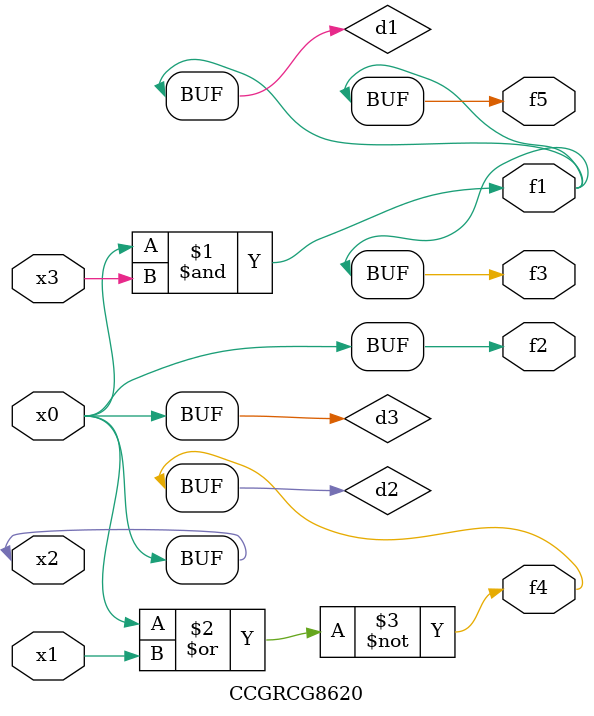
<source format=v>
module CCGRCG8620(
	input x0, x1, x2, x3,
	output f1, f2, f3, f4, f5
);

	wire d1, d2, d3;

	and (d1, x2, x3);
	nor (d2, x0, x1);
	buf (d3, x0, x2);
	assign f1 = d1;
	assign f2 = d3;
	assign f3 = d1;
	assign f4 = d2;
	assign f5 = d1;
endmodule

</source>
